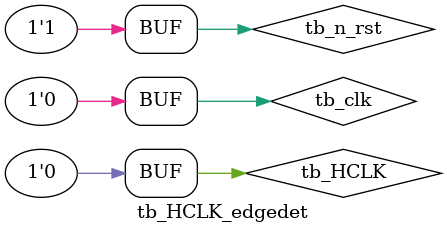
<source format=sv>
`timescale 1ns / 100ps

module tb_HCLK_edgedet();

localparam CLKPERIOD=10;
localparam HCLKPERIOD=100;
localparam WAIT=5;

reg tb_clk;
reg tb_n_rst;
reg tb_HCLK;
reg tb_HCLK_rise;
reg tb_HCLK_fall;

HCLK_edgedet DUT
(
  .clk(tb_clk),
  .n_rst(tb_n_rst),
  .HCLK(tb_HCLK),
  .HCLK_rise(tb_HCLK_rise),
  .HCLK_fall(tb_HCLK_fall)
);

always begin
  tb_clk=1;
  #(CLKPERIOD/2);
  tb_clk=0;
  #(CLKPERIOD/2);
end

always begin
  tb_HCLK=1;
  #(HCLKPERIOD/2);
  tb_HCLK=0;
  #(HCLKPERIOD/2);
end

initial begin
  tb_n_rst=0;
  #(WAIT*3);
  tb_n_rst=1;
end

endmodule
</source>
